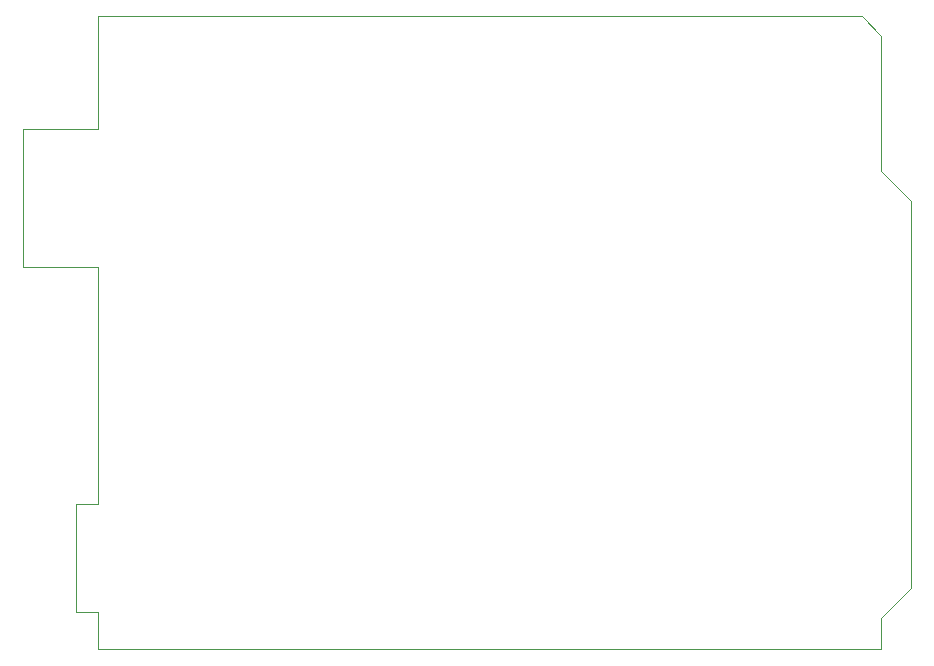
<source format=gbr>
%TF.GenerationSoftware,KiCad,Pcbnew,8.0.3*%
%TF.CreationDate,2024-07-14T15:46:43+08:00*%
%TF.ProjectId,circadian-rave-hardware,63697263-6164-4696-916e-2d726176652d,rev?*%
%TF.SameCoordinates,Original*%
%TF.FileFunction,Legend,Bot*%
%TF.FilePolarity,Positive*%
%FSLAX46Y46*%
G04 Gerber Fmt 4.6, Leading zero omitted, Abs format (unit mm)*
G04 Created by KiCad (PCBNEW 8.0.3) date 2024-07-14 15:46:43*
%MOMM*%
%LPD*%
G01*
G04 APERTURE LIST*
%ADD10C,0.120000*%
G04 APERTURE END LIST*
D10*
%TO.C,A1*%
X76380000Y-71800000D02*
X76380000Y-83480000D01*
X82730000Y-71800000D02*
X76380000Y-71800000D01*
X80830000Y-103550000D02*
X80830000Y-112690000D01*
X82730000Y-103550000D02*
X80830000Y-103550000D01*
X82730000Y-112690000D02*
X82730000Y-115870000D01*
X80830000Y-112690000D02*
X82730000Y-112690000D01*
X82730000Y-83480000D02*
X82730000Y-103550000D01*
X76380000Y-83480000D02*
X82730000Y-83480000D01*
X82730000Y-62270000D02*
X82730000Y-71800000D01*
X147380000Y-62270000D02*
X82730000Y-62270000D01*
X149030000Y-63920000D02*
X147380000Y-62270000D01*
X82730000Y-115870000D02*
X149030000Y-115870000D01*
X149030000Y-115870000D02*
X149030000Y-113200000D01*
X151570000Y-77890000D02*
X149030000Y-75350000D01*
X149030000Y-75350000D02*
X149030000Y-63920000D01*
X149030000Y-113200000D02*
X151570000Y-110660000D01*
X151570000Y-110660000D02*
X151570000Y-77890000D01*
%TD*%
M02*

</source>
